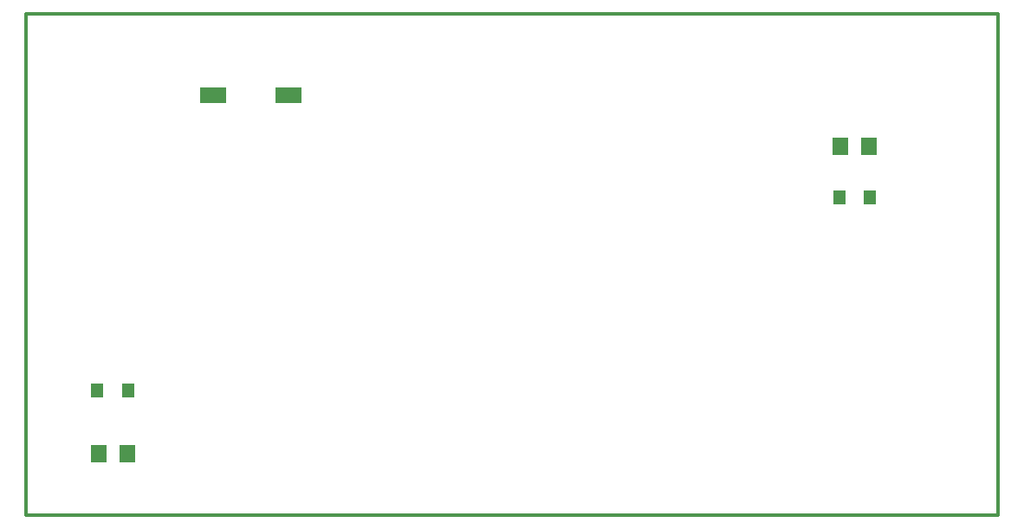
<source format=gbp>
G75*
%MOIN*%
%OFA0B0*%
%FSLAX24Y24*%
%IPPOS*%
%LPD*%
%AMOC8*
5,1,8,0,0,1.08239X$1,22.5*
%
%ADD10C,0.0120*%
%ADD11R,0.0472X0.0551*%
%ADD12R,0.0630X0.0709*%
%ADD13R,0.0984X0.0630*%
D10*
X000160Y000160D02*
X037562Y000160D01*
X037562Y019451D01*
X000160Y019451D01*
X000160Y000160D01*
D11*
X002905Y004937D03*
X004086Y004937D03*
X031459Y012365D03*
X032640Y012365D03*
D12*
X032601Y014333D03*
X031499Y014333D03*
X004063Y002512D03*
X002960Y002512D03*
D13*
X007365Y016302D03*
X010278Y016302D03*
M02*

</source>
